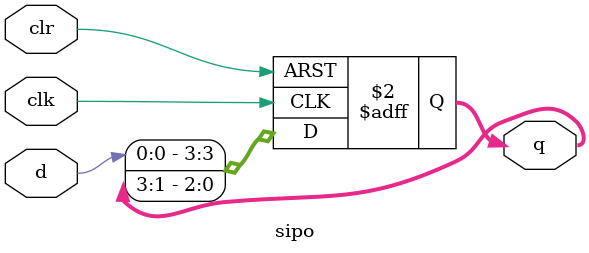
<source format=v>

module sipo(input d, clk,clr, output reg [3:0] q);
 always@(posedge clk or posedge clr) begin
  
  if(clr)begin
   q <= 4'b0000;
  end
  
  else begin
   q[3] <= d;
   q[2] <= q[3];
   q[1] <= q[2] ;
   q[0] <= q[1];
  end
  end
    
endmodule

</source>
